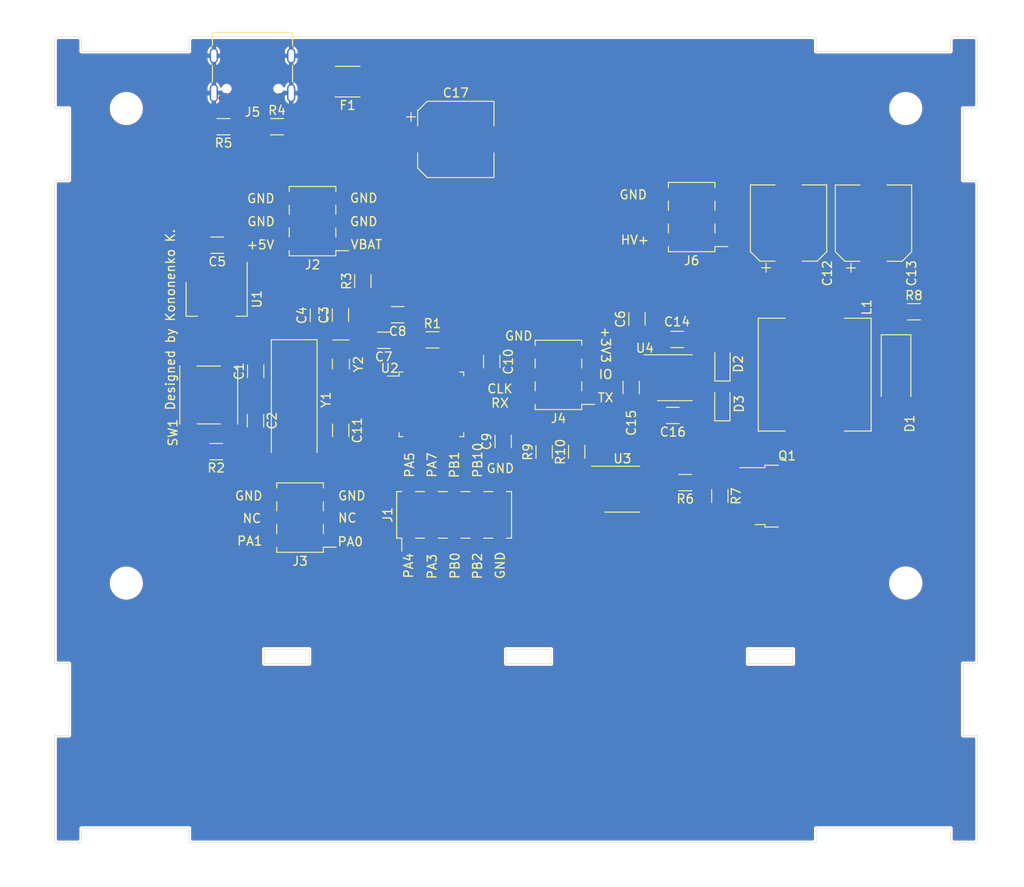
<source format=kicad_pcb>
(kicad_pcb (version 20211014) (generator pcbnew)
  (layers (0 "F.Cu" signal) (31 "B.Cu" signal) (34 "B.Paste" user) (35 "F.Paste" user) (36 "B.SilkS" user "B.Silkscreen") (37 "F.SilkS" user "F.Silkscreen") (38 "B.Mask" user) (39 "F.Mask" user) (44 "Edge.Cuts" user))
  (net 0 "")
  (net 1 "Net-(C1-Pad1)")
  (net 2 "GND")
  (net 3 "Net-(C2-Pad1)")
  (net 4 "Net-(C3-Pad1)")
  (net 5 "Net-(C4-Pad1)")
  (net 6 "+5V")
  (net 7 "Net-(C7-Pad2)")
  (net 8 "+3V3")
  (net 9 "Net-(C12-Pad1)")
  (net 10 "Net-(D1-Pad2)")
  (net 11 "Net-(J1-Pad5)")
  (net 12 "Net-(J1-Pad6)")
  (net 13 "Net-(J1-Pad7)")
  (net 14 "Net-(J1-Pad8)")
  (net 15 "Net-(J2-Pad1)")
  (net 16 "Net-(J3-Pad1)")
  (net 17 "Net-(J3-Pad2)")
  (net 18 "Net-(J4-Pad4)")
  (net 19 "Net-(J4-Pad3)")
  (net 20 "Net-(J4-Pad2)")
  (net 21 "Net-(J4-Pad1)")
  (net 22 "Net-(Q1-Pad1)")
  (net 23 "Net-(R1-Pad2)")
  (net 24 "Net-(R2-Pad1)")
  (net 25 "/PA4")
  (net 26 "/PA5")
  (net 27 "/PA6")
  (net 28 "/PA7")
  (net 29 "Net-(J5-PadA5)")
  (net 30 "Net-(J5-PadB5)")
  (net 31 "Net-(F1-Pad2)")
  (net 32 "Net-(C15-Pad1)")
  (net 33 "Net-(C15-Pad2)")
  (net 34 "+10V")
  (net 45 "Net-(R6-Pad2)")
  (net 72 "Net-(R10-Pad1)")
  (net 73 "Net-(R9-Pad2)")
  (footprint "Crystal:Crystal_SMD_HC49-SD" (layer "F.Cu") (at 121.74 100.52 -90)
    (fp_text reference "Y1")
    (fp_text value "8MHz")
  )
  (footprint "Crystal:Crystal_SMD_G8-2Pin_3.2x1.5mm_HandSoldering" (layer "F.Cu") (at 126.95 96.545 -90)
    (fp_text reference "Y2")
    (fp_text value "32.768k")
  )
  (footprint "Capacitor_SMD:C_1206_3216Metric_Pad1.33x1.80mm_HandSolder" (layer "F.Cu") (at 117.44 97.3525 90)
    (fp_text reference "C1")
    (fp_text value "22p")
  )
  (footprint "Capacitor_SMD:C_1206_3216Metric_Pad1.33x1.80mm_HandSolder" (layer "F.Cu") (at 117.42 102.87 -90)
    (fp_text reference "C2")
    (fp_text value "22p")
  )
  (footprint "Capacitor_SMD:C_1206_3216Metric_Pad1.33x1.80mm_HandSolder" (layer "F.Cu") (at 126.9 91.0625 90)
    (fp_text reference "C3")
    (fp_text value "22p")
  )
  (footprint "Capacitor_SMD:C_1206_3216Metric_Pad1.33x1.80mm_HandSolder" (layer "F.Cu") (at 124.44 91.0975 90)
    (fp_text reference "C4")
    (fp_text value "22p")
  )
  (footprint "Capacitor_SMD:C_1206_3216Metric_Pad1.33x1.80mm_HandSolder" (layer "F.Cu") (at 113.1425 83.26 180)
    (fp_text reference "C5")
    (fp_text value "1uF")
  )
  (footprint "Capacitor_SMD:C_1206_3216Metric_Pad1.33x1.80mm_HandSolder" (layer "F.Cu") (at 160 91.5125 90)
    (fp_text reference "C6")
    (fp_text value "1uF")
  )
  (footprint "Capacitor_SMD:C_1206_3216Metric_Pad1.33x1.80mm_HandSolder" (layer "F.Cu") (at 131.7425 93.88 180)
    (fp_text reference "C7")
    (fp_text value "1uF")
  )
  (footprint "Capacitor_SMD:C_1206_3216Metric_Pad1.33x1.80mm_HandSolder" (layer "F.Cu") (at 133.2875 91.03 180)
    (fp_text reference "C8")
    (fp_text value "1uF")
  )
  (footprint "Button_Switch_SMD:SW_Push_1P1T_NO_6x6mm_H9.5mm" (layer "F.Cu") (at 112.2 99.995 -90)
    (fp_text reference "SW1")
    (fp_text value "SW_Push")
  )
  (footprint "Capacitor_SMD:C_1206_3216Metric_Pad1.33x1.80mm_HandSolder" (layer "F.Cu") (at 145.07 105.1825 90)
    (fp_text reference "C9")
    (fp_text value "1uF")
  )
  (footprint "Capacitor_SMD:C_1206_3216Metric_Pad1.33x1.80mm_HandSolder" (layer "F.Cu") (at 143.79 96.2625 -90)
    (fp_text reference "C10")
    (fp_text value "1uF")
  )
  (footprint "Capacitor_SMD:C_1206_3216Metric_Pad1.33x1.80mm_HandSolder" (layer "F.Cu") (at 126.93 103.9425 -90)
    (fp_text reference "C11")
    (fp_text value "1uF")
  )
  (footprint "Capacitor_SMD:CP_Elec_8x10" (layer "F.Cu") (at 176.92 80.79 90)
    (fp_text reference "C12")
    (fp_text value "4.7uF")
  )
  (footprint "Connector_PinHeader_2.54mm:PinHeader_2x05_P2.54mm_Vertical_SMD" (layer "F.Cu") (at 139.59 113.385 90)
    (fp_text reference "J1")
    (fp_text value "Conn_01x10_Male")
  )
  (footprint "Connector_PinHeader_2.54mm:PinHeader_2x03_P2.54mm_Vertical_SMD" (layer "F.Cu") (at 123.785 80.58 180)
    (fp_text reference "J2")
    (fp_text value "Conn_01x06_Male")
  )
  (footprint "Connector_PinHeader_2.54mm:PinHeader_2x03_P2.54mm_Vertical_SMD" (layer "F.Cu") (at 122.395 113.69 180)
    (fp_text reference "J3")
    (fp_text value "Conn_01x06_Male")
  )
  (footprint "Connector_PinHeader_2.54mm:PinHeader_2x03_P2.54mm_Vertical_SMD" (layer "F.Cu") (at 151.235 97.75 180)
    (fp_text reference "J4")
    (fp_text value "Conn_01x06_Male")
  )
  (footprint "Connector_PinHeader_2.54mm:PinHeader_2x03_P2.54mm_Vertical_SMD" (layer "F.Cu") (at 166.105 80.12 180)
    (fp_text reference "J6")
    (fp_text value "Conn_01x06_Male")
  )
  (footprint "Connector_USB:USB_C_Receptacle_Palconn_UTC16-G" (layer "F.Cu") (at 117.084999 64.344999 180)
    (fp_text reference "J5")
    (fp_text value "USB_C_Receptacle_USB2.0")
  )
  (footprint "Inductor_SMD:L_Wuerth_WE-PD-Typ-LS_Handsoldering" (layer "F.Cu") (at 179.84 97.72 -90)
    (fp_text reference "L1")
    (fp_text value "220uH")
  )
  (footprint "Package_TO_SOT_SMD:TO-252-2" (layer "F.Cu") (at 176.75 111.29)
    (fp_text reference "Q1")
    (fp_text value "NMOS")
  )
  (footprint "Resistor_SMD:R_1206_3216Metric_Pad1.30x1.75mm_HandSolder" (layer "F.Cu") (at 137.1675 93.84)
    (fp_text reference "R1")
    (fp_text value "10k")
  )
  (footprint "Resistor_SMD:R_1206_3216Metric_Pad1.30x1.75mm_HandSolder" (layer "F.Cu") (at 113.03 106.32 180)
    (fp_text reference "R2")
    (fp_text value "10k")
  )
  (footprint "Resistor_SMD:R_1206_3216Metric_Pad1.30x1.75mm_HandSolder" (layer "F.Cu") (at 129.4 87.27 90)
    (fp_text reference "R3")
    (fp_text value "0R")
  )
  (footprint "Resistor_SMD:R_1206_3216Metric_Pad1.30x1.75mm_HandSolder" (layer "F.Cu") (at 119.8175 70.03)
    (fp_text reference "R4")
    (fp_text value "5k1")
  )
  (footprint "Resistor_SMD:R_1206_3216Metric_Pad1.30x1.75mm_HandSolder" (layer "F.Cu") (at 113.8525 70.03 180)
    (fp_text reference "R5")
    (fp_text value "5k1")
  )
  (footprint "Resistor_SMD:R_1206_3216Metric_Pad1.30x1.75mm_HandSolder" (layer "F.Cu") (at 165.3925 109.78 180)
    (fp_text reference "R6")
    (fp_text value "10R")
  )
  (footprint "Resistor_SMD:R_1206_3216Metric_Pad1.30x1.75mm_HandSolder" (layer "F.Cu") (at 169.25 111.2825 -90)
    (fp_text reference "R7")
    (fp_text value "10k")
  )
  (footprint "Resistor_SMD:R_1206_3216Metric_Pad1.30x1.75mm_HandSolder" (layer "F.Cu") (at 190.9125 90.7)
    (fp_text reference "R8")
    (fp_text value "1M")
  )
  (footprint "Package_TO_SOT_SMD:SOT-223-3_TabPin2" (layer "F.Cu") (at 113.08 89.29 -90)
    (fp_text reference "U1")
    (fp_text value "AP1117-33")
  )
  (footprint "Package_QFP:LQFP-48_7x7mm_P0.5mm" (layer "F.Cu") (at 137.05 101.0375)
    (fp_text reference "U2")
    (fp_text value "STM32F103C8Tx")
  )
  (footprint "Diode_SMD:D_SMA_Handsoldering" (layer "F.Cu") (at 188.92 97.67 -90)
    (fp_text reference "D1")
    (fp_text value "US1M")
  )
  (footprint "Capacitor_SMD:CP_Elec_8x10" (layer "F.Cu") (at 186.4 80.8 90)
    (fp_text reference "C13")
    (fp_text value "4.7uF")
  )
  (footprint "MountingHole:MountingHole_3.2mm_M3" (layer "F.Cu") (at 103 68)
    (fp_text reference "H1" hide)
    (fp_text value "MountingHole")
  )
  (footprint "MountingHole:MountingHole_3.2mm_M3" (layer "F.Cu") (at 190 68)
    (fp_text reference "H2" hide)
    (fp_text value "MountingHole")
  )
  (footprint "MountingHole:MountingHole_3.2mm_M3" (layer "F.Cu") (at 190 121)
    (fp_text reference "H4" hide)
    (fp_text value "MountingHole")
  )
  (footprint "MountingHole:MountingHole_3.2mm_M3" (layer "F.Cu") (at 103 121)
    (fp_text reference "H3" hide)
    (fp_text value "MountingHole")
  )
  (footprint "Fuse:Fuse_1812_4532Metric_Pad1.30x3.40mm_HandSolder" (layer "F.Cu") (at 127.7 65 180)
    (fp_text reference "F1")
    (fp_text value "Polyfuse")
  )
  (footprint "Resistor_SMD:R_1206_3216Metric_Pad1.30x1.75mm_HandSolder" (layer "F.Cu") (at 149.64 106.35 90)
    (fp_text reference "R9")
    (fp_text value "NC")
  )
  (footprint "Diode_SMD:D_SOD-323_HandSoldering" (layer "F.Cu") (at 169.54 96.53 90)
    (fp_text reference "D2")
    (fp_text value "1N5819")
  )
  (footprint "Package_SO:SOIC-8_3.9x4.9mm_P1.27mm" (layer "F.Cu") (at 164.225 98.065)
    (fp_text reference "U4")
    (fp_text value "ICL7660")
  )
  (footprint "Capacitor_SMD:C_1206_3216Metric_Pad1.33x1.80mm_HandSolder" (layer "F.Cu") (at 164.4825 93.79 180)
    (fp_text reference "C14")
    (fp_text value "10uF")
  )
  (footprint "Package_SO:SOIC-8_3.9x4.9mm_P1.27mm" (layer "F.Cu") (at 158.37 110.51)
    (fp_text reference "U3")
    (fp_text value "MIC4427")
  )
  (footprint "Capacitor_SMD:C_1206_3216Metric_Pad1.33x1.80mm_HandSolder" (layer "F.Cu") (at 159.35 99.1625 90)
    (fp_text reference "C15")
    (fp_text value "10uF")
  )
  (footprint "Resistor_SMD:R_1206_3216Metric_Pad1.30x1.75mm_HandSolder" (layer "F.Cu") (at 153.27 106.34 90)
    (fp_text reference "R10")
    (fp_text value "0R")
  )
  (footprint "Capacitor_SMD:CP_Elec_8x10" (layer "F.Cu") (at 139.78 71.45)
    (fp_text reference "C17")
    (fp_text value "220uF")
  )
  (footprint "Capacitor_SMD:C_1206_3216Metric_Pad1.33x1.80mm_HandSolder" (layer "F.Cu") (at 164.0025 102.28 180)
    (fp_text reference "C16")
    (fp_text value "10uF")
  )
  (footprint "Diode_SMD:D_SOD-323_HandSoldering" (layer "F.Cu") (at 169.53 100.98 90)
    (fp_text reference "D3")
    (fp_text value "1N5819")
  )
  (gr_line (start 95 60) (end 95 68) (layer "Edge.Cuts") (width 0.05))
  (gr_line (start 180 60) (end 110 60) (layer "Edge.Cuts") (width 0.05))
  (gr_line (start 98 60) (end 95 60) (layer "Edge.Cuts") (width 0.05))
  (gr_line (start 110 150) (end 180 150) (layer "Edge.Cuts") (width 0.05))
  (gr_line (start 195 150) (end 198 150) (layer "Edge.Cuts") (width 0.05))
  (gr_line (start 123.4 130) (end 118.4 130) (layer "Edge.Cuts") (width 0.05))
  (gr_line (start 150.4 130) (end 145.4 130) (layer "Edge.Cuts") (width 0.05))
  (gr_line (start 177.4 130) (end 172.4 130) (layer "Edge.Cuts") (width 0.05))
  (gr_line (start 95 138) (end 95 150) (layer "Edge.Cuts") (width 0.05))
  (gr_line (start 198 130) (end 198 76) (layer "Edge.Cuts") (width 0.05))
  (gr_line (start 95 76) (end 95 130) (layer "Edge.Cuts") (width 0.05))
  (gr_line (start 198 76) (end 198 76) (layer "Edge.Cuts") (width 0.05))
  (gr_line (start 198 68) (end 198 60) (layer "Edge.Cuts") (width 0.05))
  (gr_line (start 177.4 128.4) (end 177.4 130) (layer "Edge.Cuts") (width 0.05))
  (gr_line (start 95 138) (end 96.6 138) (layer "Edge.Cuts") (width 0.05))
  (gr_line (start 145.4 128.4) (end 150.4 128.4) (layer "Edge.Cuts") (width 0.05))
  (gr_line (start 96.6 138) (end 96.6 130) (layer "Edge.Cuts") (width 0.05))
  (gr_line (start 118.4 128.4) (end 123.4 128.4) (layer "Edge.Cuts") (width 0.05))
  (gr_line (start 96.6 76) (end 95 76) (layer "Edge.Cuts") (width 0.05))
  (gr_line (start 195 148.4) (end 195 150) (layer "Edge.Cuts") (width 0.05))
  (gr_line (start 98 61.6) (end 98 60) (layer "Edge.Cuts") (width 0.05))
  (gr_line (start 123.4 129.8) (end 123.4 130) (layer "Edge.Cuts") (width 0.05))
  (gr_line (start 198 68) (end 196.4 68) (layer "Edge.Cuts") (width 0.05))
  (gr_line (start 150.4 128.4) (end 150.4 129.8) (layer "Edge.Cuts") (width 0.05))
  (gr_line (start 95 68) (end 96.6 68) (layer "Edge.Cuts") (width 0.05))
  (gr_line (start 96.6 68) (end 96.6 76) (layer "Edge.Cuts") (width 0.05))
  (gr_line (start 98 150) (end 98 148.4) (layer "Edge.Cuts") (width 0.05))
  (gr_line (start 96.6 130) (end 95 130) (layer "Edge.Cuts") (width 0.05))
  (gr_line (start 196.4 138) (end 196.4 130) (layer "Edge.Cuts") (width 0.05))
  (gr_line (start 110 61.6) (end 98 61.6) (layer "Edge.Cuts") (width 0.05))
  (gr_line (start 180 61.6) (end 180 60) (layer "Edge.Cuts") (width 0.05))
  (gr_line (start 196.4 130) (end 198 130) (layer "Edge.Cuts") (width 0.05))
  (gr_line (start 198 60) (end 195 60) (layer "Edge.Cuts") (width 0.05))
  (gr_line (start 198 150) (end 198 138) (layer "Edge.Cuts") (width 0.05))
  (gr_line (start 195 61.6) (end 180 61.6) (layer "Edge.Cuts") (width 0.05))
  (gr_line (start 110 60) (end 110 61.6) (layer "Edge.Cuts") (width 0.05))
  (gr_line (start 145.4 130) (end 145.4 128.4) (layer "Edge.Cuts") (width 0.05))
  (gr_line (start 195 60) (end 195 61.6) (layer "Edge.Cuts") (width 0.05))
  (gr_line (start 172.4 130) (end 172.4 128.4) (layer "Edge.Cuts") (width 0.05))
  (gr_line (start 118.4 130) (end 118.4 128.4) (layer "Edge.Cuts") (width 0.05))
  (gr_line (start 123.4 128.4) (end 123.4 129.8) (layer "Edge.Cuts") (width 0.05))
  (gr_line (start 180 148.4) (end 195 148.4) (layer "Edge.Cuts") (width 0.05))
  (gr_line (start 95 150) (end 98 150) (layer "Edge.Cuts") (width 0.05))
  (gr_line (start 196.4 76) (end 198 76) (layer "Edge.Cuts") (width 0.05))
  (gr_line (start 198 138) (end 196.4 138) (layer "Edge.Cuts") (width 0.05))
  (gr_line (start 172.4 128.4) (end 177.4 128.4) (layer "Edge.Cuts") (width 0.05))
  (gr_line (start 98 148.4) (end 110 148.4) (layer "Edge.Cuts") (width 0.05))
  (gr_line (start 180 150) (end 180 148.4) (layer "Edge.Cuts") (width 0.05))
  (gr_line (start 110 148.4) (end 110 150) (layer "Edge.Cuts") (width 0.05))
  (gr_line (start 196.4 68) (end 196.4 76) (layer "Edge.Cuts") (width 0.05))
  (gr_line (start 150.4 129.8) (end 150.4 130) (layer "Edge.Cuts") (width 0.05))
  (gr_text "Designed by Kononenko K." (at 107.92 91.57 90) (layer "F.SilkS") (effects (font (size 1 1))))
  (gr_text "PA0" (at 128 116.38) (layer "F.SilkS") (effects (font (size 1 1))))
  (gr_text "GND" (at 118.04 80.63) (layer "F.SilkS") (effects (font (size 1 1))))
  (gr_text "+5V" (at 117.98 83.22) (layer "F.SilkS") (effects (font (size 1 1))))
  (gr_text "PA5" (at 134.62 107.81 90) (layer "F.SilkS") (effects (font (size 1 1))))
  (gr_text "GND" (at 144.73 119.02 90) (layer "F.SilkS") (effects (font (size 1 1))))
  (gr_text "PA4" (at 134.51 119.06 90) (layer "F.SilkS") (effects (font (size 1 1))))
  (gr_text "NC" (at 117.02 113.78) (layer "F.SilkS") (effects (font (size 1 1))))
  (gr_text "GND" (at 129.5 78.01) (layer "F.SilkS") (effects (font (size 1 1))))
  (gr_text "PA7" (at 137.12 107.81 90) (layer "F.SilkS") (effects (font (size 1 1))))
  (gr_text "GND" (at 144.75 108.19) (layer "F.SilkS") (effects (font (size 1 1))))
  (gr_text "PB0" (at 139.68 119.06 90) (layer "F.SilkS") (effects (font (size 1 1))))
  (gr_text "VBAT" (at 129.8 83.19) (layer "F.SilkS") (effects (font (size 1 1))))
  (gr_text "TX" (at 156.5 100.3) (layer "F.SilkS") (effects (font (size 1 1))))
  (gr_text "RX" (at 144.7 100.9) (layer "F.SilkS") (effects (font (size 1 1))))
  (gr_text "GND" (at 129.5 80.63) (layer "F.SilkS") (effects (font (size 1 1))))
  (gr_text "GND" (at 116.66 111.26) (layer "F.SilkS") (effects (font (size 1 1))))
  (gr_text "CLK" (at 144.7 99.3) (layer "F.SilkS") (effects (font (size 1 1))))
  (gr_text "GND" (at 118.02 78.05) (layer "F.SilkS") (effects (font (size 1 1))))
  (gr_text "+3V3" (at 156.5 94.4 270) (layer "F.SilkS") (effects (font (size 1 1))))
  (gr_text "PA3" (at 137.13 119.15 90) (layer "F.SilkS") (effects (font (size 1 1))))
  (gr_text "PA1" (at 116.78 116.3) (layer "F.SilkS") (effects (font (size 1 1))))
  (gr_text "PB2" (at 142.19 119.09 90) (layer "F.SilkS") (effects (font (size 1 1))))
  (gr_text "GND" (at 128.17 111.25) (layer "F.SilkS") (effects (font (size 1 1))))
  (gr_text "GND" (at 146.8 93.4) (layer "F.SilkS") (effects (font (size 1 1))))
  (gr_text "PB10" (at 142.21 107.28 90) (layer "F.SilkS") (effects (font (size 1 1))))
  (gr_text "NC" (at 127.66 113.73) (layer "F.SilkS") (effects (font (size 1 1))))
  (gr_text "HV+" (at 159.77 82.68) (layer "F.SilkS") (effects (font (size 1 1))))
  (gr_text "PB1" (at 139.62 107.79 90) (layer "F.SilkS") (effects (font (size 1 1))))
  (gr_text "GND" (at 159.58 77.63) (layer "F.SilkS") (effects (font (size 1 1))))
  (gr_text "IO" (at 156.5 97.7) (layer "F.SilkS") (effects (font (size 1 1))))
  (segment (start 119.66 99.73) (end 118.77 98.84) (width 0.25) (layer "F.Cu") (net 1))
  (segment (start 122.2975 100.2875) (end 121.74 99.73) (width 0.25) (layer "F.Cu") (net 1))
  (segment (start 132.8875 100.2875) (end 122.2975 100.2875) (width 0.25) (layer "F.Cu") (net 1))
  (segment (start 121.74 99.73) (end 121.74 96.27) (width 0.25) (layer "F.Cu") (net 1))
  (segment (start 121.74 99.73) (end 119.66 99.73) (width 0.25) (layer "F.Cu") (net 1))
  (segment (start 118.77 98.84) (end 117.44 98.84) (width 0.25) (layer "F.Cu") (net 1))
  (segment (start 163.62 77.54) (end 163.58 77.58) (width 0.8) (layer "F.Cu") (net 2))
  (segment (start 109.95 97.295) (end 109.95 103.97) (width 0.5) (layer "F.Cu") (net 2))
  (segment (start 140.375 98.7875) (end 139.68 99.4825) (width 0.25) (layer "F.Cu") (net 2))
  (segment (start 162.92 94.51) (end 162.92 93.79) (width 0.4) (layer "F.Cu") (net 2))
  (segment (start 172.55 113.57) (end 170.43 113.57) (width 2) (layer "F.Cu") (net 2))
  (segment (start 186.4 77.55) (end 186.4 71.8) (width 2) (layer "F.Cu") (net 2))
  (segment (start 163.48 98.51) (end 163.48 98.46) (width 0.4) (layer "F.Cu") (net 2))
  (segment (start 176.92 77.54) (end 176.92 75.69) (width 2) (layer "F.Cu") (net 2))
  (segment (start 170.05 113.57) (end 169.25 112.77) (width 0.5) (layer "F.Cu") (net 2))
  (segment (start 186.4 77.55) (end 176.93 77.55) (width 0.8) (layer "F.Cu") (net 2))
  (segment (start 176.93 77.55) (end 176.92 77.54) (width 0.8) (layer "F.Cu") (net 2))
  (segment (start 115.38 84.01) (end 114.63 83.26) (width 0.8) (layer "F.Cu") (net 2))
  (segment (start 139.3 106.0375) (end 139.31 106.0475) (width 0.25) (layer "F.Cu") (net 2))
  (segment (start 160.03 92.97) (end 160 93) (width 0.4) (layer "F.Cu") (net 2))
  (segment (start 162.34 102.38) (end 158.02 102.38) (width 0.4) (layer "F.Cu") (net 2))
  (segment (start 160 93) (end 159.025 93) (width 2) (layer "F.Cu") (net 2))
  (segment (start 158.02 102.38) (end 157.7 102.06) (width 0.4) (layer "F.Cu") (net 2))
  (segment (start 163.24 98.7) (end 163.48 98.46) (width 0.4) (layer "F.Cu") (net 2))
  (segment (start 170 114) (end 170 117.6) (width 2) (layer "F.Cu") (net 2))
  (segment (start 141.2125 98.7875) (end 140.375 98.7875) (width 0.25) (layer "F.Cu") (net 2))
  (segment (start 132.8875 101.7875) (end 130.5025 101.7875) (width 0.25) (layer "F.Cu") (net 2))
  (segment (start 115.87 103.7825) (end 115.87 96.64) (width 0.25) (layer "F.Cu") (net 2))
  (segment (start 157.7 99.39) (end 158.39 98.7) (width 0.4) (layer "F.Cu") (net 2))
  (segment (start 162.44 102.28) (end 162.34 102.38) (width 0.4) (layer "F.Cu") (net 2))
  (segment (start 139.68 99.4825) (end 139.68 103.640388) (width 0.25) (layer "F.Cu") (net 2))
  (segment (start 139.3 105.2) (end 139.3 106.0375) (width 0.25) (layer "F.Cu") (net 2))
  (segment (start 162.1 92.97) (end 160.03 92.97) (width 0.4) (layer "F.Cu") (net 2))
  (segment (start 139.31 106.0475) (end 139.31 106.99) (width 0.25) (layer "F.Cu") (net 2))
  (segment (start 116.445 104.3575) (end 115.87 103.7825) (width 0.25) (layer "F.Cu") (net 2))
  (segment (start 172.55 113.57) (end 170.05 113.57) (width 0.5) (layer "F.Cu") (net 2))
  (segment (start 162.92 93.79) (end 162.1 92.97) (width 0.4) (layer "F.Cu") (net 2))
  (segment (start 139.68 103.640388) (end 140.599612 104.56) (width 0.25) (layer "F.Cu") (net 2))
  (segment (start 135.05 98.54) (end 135.33 98.54) (width 0.25) (layer "F.Cu") (net 2))
  (segment (start 134.0425 93.88) (end 134.98 94.8175) (width 0.25) (layer "F.Cu") (net 2))
  (segment (start 157.7 102.06) (end 157.7 99.39) (width 0.4) (layer "F.Cu") (net 2))
  (segment (start 158.39 98.7) (end 161.75 98.7) (width 0.4) (layer "F.Cu") (net 2))
  (segment (start 134.8 95.57) (end 134.8 96.875) (width 0.25) (layer "F.Cu") (net 2))
  (segment (start 170.43 113.57) (end 170 114) (width 2) (layer "F.Cu") (net 2))
  (segment (start 134.8 98.29) (end 135.05 98.54) (width 0.25) (layer "F.Cu") (net 2))
  (segment (start 176.92 77.54) (end 163.62 77.54) (width 0.8) (layer "F.Cu") (net 2))
  (segment (start 134.98 94.8175) (end 134.98 95.39) (width 0.25) (layer "F.Cu") (net 2))
  (segment (start 166.7 99.97) (end 164.94 99.97) (width 0.4) (layer "F.Cu") (net 2))
  (segment (start 140.409298 98.7875) (end 139.74 99.456798) (width 0.25) (layer "F.Cu") (net 2))
  (segment (start 134.8 96.875) (end 134.8 98.29) (width 0.25) (layer "F.Cu") (net 2))
  (segment (start 130.5025 101.7875) (end 129.835 102.455) (width 0.25) (layer "F.Cu") (net 2))
  (segment (start 115.38 86.14) (end 115.38 84.01) (width 0.8) (layer "F.Cu") (net 2))
  (segment (start 161.75 98.7) (end 163.24 98.7) (width 0.4) (layer "F.Cu") (net 2))
  (segment (start 117.42 104.3575) (end 116.445 104.3575) (width 0.25) (layer "F.Cu") (net 2))
  (segment (start 163.48 95.07) (end 162.92 94.51) (width 0.4) (layer "F.Cu") (net 2))
  (segment (start 129.835 102.455) (end 126.93 102.455) (width 0.25) (layer "F.Cu") (net 2))
  (segment (start 141.2125 98.7875) (end 140.409298 98.7875) (width 0.25) (layer "F.Cu") (net 2))
  (segment (start 163.48 98.46) (end 163.48 95.07) (width 0.4) (layer "F.Cu") (net 2))
  (segment (start 133.23 93.88) (end 134.0425 93.88) (width 0.25) (layer "F.Cu") (net 2))
  (segment (start 160 93) (end 156.1 93) (width 2) (layer "F.Cu") (net 2))
  (segment (start 170 117.6) (end 170 121) (width 2) (layer "F.Cu") (net 2))
  (segment (start 176.92 75.69) (end 176.9 75.67) (width 2) (layer "F.Cu") (net 2))
  (segment (start 115.87 96.64) (end 116.645 95.865) (width 0.25) (layer "F.Cu") (net 2))
  (segment (start 116.645 95.865) (end 117.44 95.865) (width 0.25) (layer "F.Cu") (net 2))
  (segment (start 170 121) (end 170 124) (width 2) (layer "F.Cu") (net 2))
  (segment (start 134.98 95.39) (end 134.8 95.57) (width 0.25) (layer "F.Cu") (net 2))
  (segment (start 164.94 99.97) (end 163.48 98.51) (width 0.4) (layer "F.Cu") (net 2))
  (segment (start 109.95 96.02) (end 109.95 97.295) (width 0.5) (layer "F.Cu") (net 2))
  (segment (start 121.74 101.37) (end 121.7275 101.3825) (width 0.25) (layer "F.Cu") (net 3))
  (segment (start 122.3225 100.7875) (end 121.74 101.37) (width 0.25) (layer "F.Cu") (net 3))
  (segment (start 121.7275 101.3825) (end 117.42 101.3825) (width 0.25) (layer "F.Cu") (net 3))
  (segment (start 121.74 101.37) (end 121.74 104.77) (width 0.25) (layer "F.Cu") (net 3))
  (segment (start 132.8875 100.7875) (end 122.3225 100.7875) (width 0.25) (layer "F.Cu") (net 3))
  (segment (start 126.9 92.55) (end 126.9 94.87) (width 0.25) (layer "F.Cu") (net 4))
  (segment (start 132.8875 99.2875) (end 130.31391 99.2875) (width 0.25) (layer "F.Cu") (net 4))
  (segment (start 128.6 94.92) (end 126.95 94.92) (width 0.25) (layer "F.Cu") (net 4))
  (segment (start 128.746401 95.066401) (end 128.6 94.92) (width 0.25) (layer "F.Cu") (net 4))
  (segment (start 128.746401 97.719991) (end 128.746401 95.066401) (width 0.25) (layer "F.Cu") (net 4))
  (segment (start 130.31391 99.2875) (end 128.746401 97.719991) (width 0.25) (layer "F.Cu") (net 4))
  (segment (start 126.9 94.87) (end 126.95 94.92) (width 0.25) (layer "F.Cu") (net 4))
  (segment (start 124.47 98.15) (end 124.44 98.12) (width 0.25) (layer "F.Cu") (net 5))
  (segment (start 124.44 98.12) (end 124.44 92.585) (width 0.25) (layer "F.Cu") (net 5))
  (segment (start 125.78 98.15) (end 124.47 98.15) (width 0.25) (layer "F.Cu") (net 5))
  (segment (start 130.15251 99.76251) (end 128.56 98.17) (width 0.25) (layer "F.Cu") (net 5))
  (segment (start 128.56 98.17) (end 126.95 98.17) (width 0.25) (layer "F.Cu") (net 5))
  (segment (start 126.95 98.17) (end 125.8 98.17) (width 0.25) (layer "F.Cu") (net 5))
  (segment (start 125.8 98.17) (end 125.78 98.15) (width 0.25) (layer "F.Cu") (net 5))
  (segment (start 132.2975 99.7875) (end 132.27251 99.76251) (width 0.25) (layer "F.Cu") (net 5))
  (segment (start 132.8875 99.7875) (end 132.2975 99.7875) (width 0.25) (layer "F.Cu") (net 5))
  (segment (start 132.27251 99.76251) (end 130.15251 99.76251) (width 0.25) (layer "F.Cu") (net 5))
  (segment (start 135.6 65) (end 130.7 65) (width 2) (layer "F.Cu") (net 6))
  (segment (start 112.34 80.81) (end 113.826267 79.323733) (width 0.5) (layer "F.Cu") (net 6))
  (segment (start 166.045 93.79) (end 166.125 93.71) (width 0.4) (layer "F.Cu") (net 6))
  (segment (start 129.4 73.1) (end 130.7 71.8) (width 0.5) (layer "F.Cu") (net 6))
  (segment (start 165.14 93.79) (end 166.045 93.79) (width 0.4) (layer "F.Cu") (net 6))
  (segment (start 167.525 90.07) (end 178.09 90.07) (width 2) (layer "F.Cu") (net 6))
  (segment (start 121.26 83.12) (end 117.75 83.12) (width 0.5) (layer "F.Cu") (net 6))
  (segment (start 166.7 96.16) (end 168.66 96.16) (width 0.4) (layer "F.Cu") (net 6))
  (segment (start 178.09 90.07) (end 179.84 91.82) (width 2) (layer "F.Cu") (net 6))
  (segment (start 166.125 90.025) (end 160 90.025) (width 2) (layer "F.Cu") (net 6))
  (segment (start 135.7 65.1) (end 135.6 65) (width 2) (layer "F.Cu") (net 6))
  (segment (start 135.7 65.1) (end 135.7 69.97) (width 2) (layer "F.Cu") (net 6))
  (segment (start 117.35 81.37) (end 116.79 80.81) (width 0.5) (layer "F.Cu") (net 6))
  (segment (start 167.48 90.025) (end 166.125 90.025) (width 2) (layer "F.Cu") (net 6))
  (segment (start 167.525 90.07) (end 167.48 90.025) (width 2) (layer "F.Cu") (net 6))
  (segment (start 136.53 70.8) (end 135.7 69.97) (width 0.25) (layer "F.Cu") (net 6))
  (segment (start 166.125 93.71) (end 166.125 90.025) (width 0.4) (layer "F.Cu") (net 6))
  (segment (start 110.78 84.135) (end 111.655 83.26) (width 0.8) (layer "F.Cu") (net 6))
  (segment (start 111.655 81.495) (end 111.655 83.26) (width 0.5) (layer "F.Cu") (net 6))
  (segment (start 164.7 94.23) (end 165.14 93.79) (width 0.4) (layer "F.Cu") (net 6))
  (segment (start 168.66 96.16) (end 169.54 95.28) (width 0.4) (layer "F.Cu") (net 6))
  (segment (start 166.7 96.16) (end 164.83 96.16) (width 0.4) (layer "F.Cu") (net 6))
  (segment (start 114.7 73.1) (end 129.4 73.1) (width 0.5) (layer "F.Cu") (net 6))
  (segment (start 164.7 96.03) (end 164.7 94.23) (width 0.4) (layer "F.Cu") (net 6))
  (segment (start 110.78 86.14) (end 110.78 84.135) (width 0.8) (layer "F.Cu") (net 6))
  (segment (start 130.7 71.8) (end 130.7 65) (width 0.5) (layer "F.Cu") (net 6))
  (segment (start 164.83 96.16) (end 164.7 96.03) (width 0.4) (layer "F.Cu") (net 6))
  (segment (start 155.4 89.7) (end 155.725 90.025) (width 2) (layer "F.Cu") (net 6))
  (segment (start 139.1 83.3) (end 154 83.3) (width 2) (layer "F.Cu") (net 6))
  (segment (start 136.53 71.45) (end 136.53 70.8) (width 0.25) (layer "F.Cu") (net 6))
  (segment (start 155.4 84.7) (end 155.4 89.7) (width 2) (layer "F.Cu") (net 6))
  (segment (start 155.725 90.025) (end 160 90.025) (width 2) (layer "F.Cu") (net 6))
  (segment (start 113.826267 73.973733) (end 114.7 73.1) (width 0.5) (layer "F.Cu") (net 6))
  (segment (start 117.35 82.72) (end 117.35 81.37) (width 0.5) (layer "F.Cu") (net 6))
  (segment (start 113.826267 79.323733) (end 113.826267 73.973733) (width 0.5) (layer "F.Cu") (net 6))
  (segment (start 154 83.3) (end 155.4 84.7) (width 2) (layer "F.Cu") (net 6))
  (segment (start 116.79 80.81) (end 112.34 80.81) (width 0.5) (layer "F.Cu") (net 6))
  (segment (start 112.34 80.81) (end 111.655 81.495) (width 0.5) (layer "F.Cu") (net 6))
  (segment (start 135.7 69.97) (end 135.7 79.9) (width 2) (layer "F.Cu") (net 6))
  (segment (start 135.7 79.9) (end 139.1 83.3) (width 2) (layer "F.Cu") (net 6))
  (segment (start 117.75 83.12) (end 117.35 82.72) (width 0.5) (layer "F.Cu") (net 6))
  (segment (start 131.41 95.88) (end 130.9 95.37) (width 0.25) (layer "F.Cu") (net 7))
  (segment (start 130.255 95.195) (end 130.255 93.88) (width 0.25) (layer "F.Cu") (net 7))
  (segment (start 131.5 98.27) (end 131.41 98.18) (width 0.25) (layer "F.Cu") (net 7))
  (segment (start 129.4 88.7575) (end 130.02 89.3775) (width 0.5) (layer "F.Cu") (net 7))
  (segment (start 130.02 93.645) (end 130.255 93.88) (width 0.5) (layer "F.Cu") (net 7))
  (segment (start 132.0325 98.27) (end 131.5 98.27) (width 0.25) (layer "F.Cu") (net 7))
  (segment (start 130.43 95.37) (end 130.255 95.195) (width 0.25) (layer "F.Cu") (net 7))
  (segment (start 132.05 98.2875) (end 132.0325 98.27) (width 0.25) (layer "F.Cu") (net 7))
  (segment (start 130.9 95.37) (end 130.43 95.37) (width 0.25) (layer "F.Cu") (net 7))
  (segment (start 131.41 98.18) (end 131.41 95.88) (width 0.25) (layer "F.Cu") (net 7))
  (segment (start 130.02 89.3775) (end 130.02 93.645) (width 0.5) (layer "F.Cu") (net 7))
  (segment (start 132.8875 98.2875) (end 132.05 98.2875) (width 0.25) (layer "F.Cu") (net 7))
  (segment (start 134.3 102.21) (end 138.90641 102.21) (width 0.25) (layer "F.Cu") (net 8))
  (segment (start 131.785 93.5) (end 131.8 93.485) (width 0.25) (layer "F.Cu") (net 8))
  (segment (start 131.75 88.67) (end 131.75 90.98) (width 0.5) (layer "F.Cu") (net 8))
  (segment (start 130.85 103.53) (end 130.85 102.475) (width 0.25) (layer "F.Cu") (net 8))
  (segment (start 112.9475 108.7) (end 125.59 108.7) (width 0.25) (layer "F.Cu") (net 8))
  (segment (start 139.51321 98.06679) (end 138.90641 98.67359) (width 0.25) (layer "F.Cu") (net 8))
  (segment (start 141.2125 98.2875) (end 143.2525 98.2875) (width 0.25) (layer "F.Cu") (net 8))
  (segment (start 142.95 103.79) (end 143.42 103.32) (width 0.25) (layer "F.Cu") (net 8))
  (segment (start 130.35 87.27) (end 131.75 88.67) (width 0.5) (layer "F.Cu") (net 8))
  (segment (start 118.49 91.2) (end 118.49 89.6) (width 0.5) (layer "F.Cu") (net 8))
  (segment (start 139.540692 104.13749) (end 139.77501 104.371808) (width 0.25) (layer "F.Cu") (net 8))
  (segment (start 117.25 92.44) (end 118.49 91.2) (width 0.5) (layer "F.Cu") (net 8))
  (segment (start 139.8 105.2) (end 139.8 106.0375) (width 0.25) (layer "F.Cu") (net 8))
  (segment (start 139.17 102.47359) (end 139.17 104.13749) (width 0.25) (layer "F.Cu") (net 8))
  (segment (start 111.5425 107.295) (end 112.9475 108.7) (width 0.25) (layer "F.Cu") (net 8))
  (segment (start 129.5936 103.90999) (end 130.47001 103.90999) (width 0.25) (layer "F.Cu") (net 8))
  (segment (start 131.0375 102.2875) (end 132.8875 102.2875) (width 0.25) (layer "F.Cu") (net 8))
  (segment (start 120.82 87.27) (end 130.35 87.27) (width 0.5) (layer "F.Cu") (net 8))
  (segment (start 134.3 95.68) (end 134.3 96.875) (width 0.25) (layer "F.Cu") (net 8))
  (segment (start 134.3 96.875) (end 134.3 102.21) (width 0.25) (layer "F.Cu") (net 8))
  (segment (start 139.77501 105.17501) (end 139.8 105.2) (width 0.25) (layer "F.Cu") (net 8))
  (segment (start 139.8 106.0375) (end 140.0425 106.28) (width 0.25) (layer "F.Cu") (net 8))
  (segment (start 134.3 102.21) (end 134.2225 102.2875) (width 0.25) (layer "F.Cu") (net 8))
  (segment (start 151.044999 98.575001) (end 151.16 98.46) (width 0.25) (layer "F.Cu") (net 8))
  (segment (start 142.95 105.44) (end 142.95 103.79) (width 0.25) (layer "F.Cu") (net 8))
  (segment (start 142.11 106.28) (end 142.95 105.44) (width 0.25) (layer "F.Cu") (net 8))
  (segment (start 131.785 95.155) (end 131.99 95.36) (width 0.25) (layer "F.Cu") (net 8))
  (segment (start 111.5425 106.32) (end 111.5425 107.295) (width 0.25) (layer "F.Cu") (net 8))
  (segment (start 143.2525 98.2875) (end 143.79 97.75) (width 0.25) (layer "F.Cu") (net 8))
  (segment (start 125.59 106.77) (end 126.93 105.43) (width 0.25) (layer "F.Cu") (net 8))
  (segment (start 126.93 105.43) (end 128.07359 105.43) (width 0.25) (layer "F.Cu") (net 8))
  (segment (start 113.08 92.44) (end 117.25 92.44) (width 0.5) (layer "F.Cu") (net 8))
  (segment (start 128.07359 105.43) (end 129.5936 103.90999) (width 0.25) (layer "F.Cu") (net 8))
  (segment (start 131.75 90.98) (end 131.8 91.03) (width 0.5) (layer "F.Cu") (net 8))
  (segment (start 138.90641 98.67359) (end 138.90641 102.21) (width 0.25) (layer "F.Cu") (net 8))
  (segment (start 151.16 98.46) (end 151.16 95.81) (width 0.25) (layer "F.Cu") (net 8))
  (segment (start 141.2125 98.2875) (end 140.99179 98.06679) (width 0.25) (layer "F.Cu") (net 8))
  (segment (start 131.8 93.485) (end 131.8 91.03) (width 0.25) (layer "F.Cu") (net 8))
  (segment (start 131.99 95.36) (end 133.98 95.36) (width 0.25) (layer "F.Cu") (net 8))
  (segment (start 144.615001 98.575001) (end 151.044999 98.575001) (width 0.25) (layer "F.Cu") (net 8))
  (segment (start 139.77501 104.371808) (end 139.77501 105.17501) (width 0.25) (layer "F.Cu") (net 8))
  (segment (start 131.785 93.5) (end 131.785 95.155) (width 0.25) (layer "F.Cu") (net 8))
  (segment (start 151.76 95.21) (end 153.76 95.21) (width 0.25) (layer "F.Cu") (net 8))
  (segment (start 143.42 103.32) (end 145.07 103.32) (width 0.25) (layer "F.Cu") (net 8))
  (segment (start 140.99179 98.06679) (end 139.51321 98.06679) (width 0.25) (layer "F.Cu") (net 8))
  (segment (start 143.79 98.14) (end 143.77 98.16) (width 0.25) (layer "F.Cu") (net 8))
  (segment (start 143.79 97.75) (end 143.79 98.14) (width 0.25) (layer "F.Cu") (net 8))
  (segment (start 130.47001 103.90999) (end 130.85 103.53) (width 0.25) (layer "F.Cu") (net 8))
  (segment (start 113.08 86.14) (end 113.08 92.44) (width 1) (layer "F.Cu") (net 8))
  (segment (start 130.85 102.475) (end 131.0375 102.2875) (width 0.25) (layer "F.Cu") (net 8))
  (segment (start 138.90641 102.21) (end 139.17 102.47359) (width 0.25) (layer "F.Cu") (net 8))
  (segment (start 125.59 108.7) (end 125.59 106.77) (width 0.25) (layer "F.Cu") (net 8))
  (segment (start 143.79 97.75) (end 144.615001 98.575001) (width 0.25) (layer "F.Cu") (net 8))
  (segment (start 139.17 104.13749) (end 139.540692 104.13749) (width 0.25) (layer "F.Cu") (net 8))
  (segment (start 118.49 89.6) (end 120.82 87.27) (width 0.5) (layer "F.Cu") (net 8))
  (segment (start 140.0425 106.28) (end 142.11 106.28) (width 0.25) (layer "F.Cu") (net 8))
  (segment (start 133.98 95.36) (end 134.3 95.68) (width 0.25) (layer "F.Cu") (net 8))
  (segment (start 134.2225 102.2875) (end 132.8875 102.2875) (width 0.25) (layer "F.Cu") (net 8))
  (segment (start 151.16 95.81) (end 151.76 95.21) (width 0.25) (layer "F.Cu") (net 8))
  (segment (start 176.93 84.05) (end 176.92 84.04) (width 0.8) (layer "F.Cu") (net 9))
  (segment (start 175.54 82.66) (end 163.58 82.66) (width 0.8) (layer "F.Cu") (net 9))
  (segment (start 186.4 84.05) (end 176.93 84.05) (width 0.8) (layer "F.Cu") (net 9))
  (segment (start 176.92 84.04) (end 175.54 82.66) (width 0.8) (layer "F.Cu") (net 9))
  (segment (start 188.92 90.82) (end 188.92 86.57) (width 0.8) (layer "F.Cu") (net 9))
  (segment (start 189.04 90.7) (end 188.92 90.82) (width 0.4) (layer "F.Cu") (net 9))
  (segment (start 188.92 86.57) (end 186.4 84.05) (width 0.8) (layer "F.Cu") (net 9))
  (segment (start 188.92 95.17) (end 188.92 90.82) (width 0.8) (layer "F.Cu") (net 9))
  (segment (start 189.425 90.7) (end 189.04 90.7) (width 0.4) (layer "F.Cu") (net 9))
  (segment (start 188.92 100.17) (end 188.92 102.72) (width 0.8) (layer "F.Cu") (net 10))
  (segment (start 179.84 103.62) (end 179.84 110.3) (width 2) (layer "F.Cu") (net 10))
  (segment (start 180.25 104.03) (end 179.84 103.62) (width 0.8) (layer "F.Cu") (net 10))
  (segment (start 179.84 110.3) (end 178.85 111.29) (width 2) (layer "F.Cu") (net 10))
  (segment (start 188.92 102.72) (end 187.61 104.03) (width 0.8) (layer "F.Cu") (net 10))
  (segment (start 187.61 104.03) (end 180.25 104.03) (width 0.8) (layer "F.Cu") (net 10))
  (segment (start 139.59 114.07) (end 139.59 115.91) (width 0.25) (layer "F.Cu") (net 11))
  (segment (start 139.26 113.74) (end 139.59 114.07) (width 0.25) (layer "F.Cu") (net 11))
  (segment (start 138.25 109.25359) (end 138.25 113.36) (width 0.25) (layer "F.Cu") (net 11))
  (segment (start 136.8 105.2) (end 136.8 107.80359) (width 0.25) (layer "F.Cu") (net 11))
  (segment (start 136.8 107.80359) (end 138.25 109.25359) (width 0.25) (layer "F.Cu") (net 11))
  (segment (start 138.63 113.74) (end 139.26 113.74) (width 0.25) (layer "F.Cu") (net 11))
  (segment (start 138.25 113.36) (end 138.63 113.74) (width 0.25) (layer "F.Cu") (net 11))
  (segment (start 139.59 108.99) (end 139.59 110.86) (width 0.25) (layer "F.Cu") (net 12))
  (segment (start 137.3 105.2) (end 137.3 107.57) (width 0.25) (layer "F.Cu") (net 12))
  (segment (start 139.37 108.77) (end 139.59 108.99) (width 0.25) (layer "F.Cu") (net 12))
  (segment (start 137.3 107.57) (end 138.5 108.77) (width 0.25) (layer "F.Cu") (net 12))
  (segment (start 138.5 108.77) (end 139.37 108.77) (width 0.25) (layer "F.Cu") (net 12))
  (segment (start 141.01 113.49) (end 141.28 113.76) (width 0.25) (layer "F.Cu") (net 13))
  (segment (start 141.01 109.14) (end 141.01 113.49) (width 0.25) (layer "F.Cu") (net 13))
  (segment (start 138.66 108.28) (end 140.15 108.28) (width 0.25) (layer "F.Cu") (net 13))
  (segment (start 142.13 114.03) (end 142.13 115.91) (width 0.25) (layer "F.Cu") (net 13))
  (segment (start 137.8 105.2) (end 137.8 107.42) (width 0.25) (layer "F.Cu") (net 13))
  (segment (start 137.8 107.42) (end 138.66 108.28) (width 0.25) (layer "F.Cu") (net 13))
  (segment (start 141.28 113.76) (end 141.86 113.76) (width 0.25) (layer "F.Cu") (net 13))
  (segment (start 140.15 108.28) (end 141.01 109.14) (width 0.25) (layer "F.Cu") (net 13))
  (segment (start 141.86 113.76) (end 142.13 114.03) (width 0.25) (layer "F.Cu") (net 13))
  (segment (start 142.13 108.39) (end 142.13 110.86) (width 0.25) (layer "F.Cu") (net 14))
  (segment (start 141.55 107.81) (end 142.13 108.39) (width 0.25) (layer "F.Cu") (net 14))
  (segment (start 138.82641 107.81) (end 141.55 107.81) (width 0.25) (layer "F.Cu") (net 14))
  (segment (start 138.3 107.28359) (end 138.82641 107.81) (width 0.25) (layer "F.Cu") (net 14))
  (segment (start 138.3 105.2) (end 138.3 107.28359) (width 0.25) (layer "F.Cu") (net 14))
  (segment (start 126.31 83.12) (end 128.85 83.12) (width 0.5) (layer "F.Cu") (net 15))
  (segment (start 128.85 83.12) (end 129.4 83.67) (width 0.5) (layer "F.Cu") (net 15))
  (segment (start 129.4 83.67) (end 129.4 85.7825) (width 0.5) (layer "F.Cu") (net 15))
  (segment (start 128.86 105.28) (end 128.86 115.75) (width 0.25) (layer "F.Cu") (net 16))
  (segment (start 131.30001 103.04999) (end 131.300009 103.716401) (width 0.25) (layer "F.Cu") (net 16))
  (segment (start 128.86 115.75) (end 128.38 116.23) (width 0.25) (layer "F.Cu") (net 16))
  (segment (start 128.38 116.23) (end 124.92 116.23) (width 0.25) (layer "F.Cu") (net 16))
  (segment (start 129.78 104.36) (end 128.86 105.28) (width 0.25) (layer "F.Cu") (net 16))
  (segment (start 131.5625 102.7875) (end 131.30001 103.04999) (width 0.25) (layer "F.Cu") (net 16))
  (segment (start 132.8875 102.7875) (end 131.5625 102.7875) (width 0.25) (layer "F.Cu") (net 16))
  (segment (start 130.65641 104.36) (end 129.78 104.36) (width 0.25) (layer "F.Cu") (net 16))
  (segment (start 131.300009 103.716401) (end 130.65641 104.36) (width 0.25) (layer "F.Cu") (net 16))
  (segment (start 121.98 116.23) (end 119.87 116.23) (width 0.25) (layer "F.Cu") (net 17))
  (segment (start 122.21 117.22) (end 122.21 116.46) (width 0.25) (layer "F.Cu") (net 17))
  (segment (start 129.8 117.64) (end 122.63 117.64) (width 0.25) (layer "F.Cu") (net 17))
  (segment (start 130.3 105) (end 130.3 117.14) (width 0.25) (layer "F.Cu") (net 17))
  (segment (start 122.63 117.64) (end 122.21 117.22) (width 0.25) (layer "F.Cu") (net 17))
  (segment (start 130.3 117.14) (end 129.8 117.64) (width 0.25) (layer "F.Cu") (net 17))
  (segment (start 122.21 116.46) (end 121.98 116.23) (width 0.25) (layer "F.Cu") (net 17))
  (segment (start 130.48 104.82) (end 130.3 105) (width 0.25) (layer "F.Cu") (net 17))
  (segment (start 131.750018 103.902802) (end 130.83282 104.82) (width 0.25) (layer "F.Cu") (net 17))
  (segment (start 131.750019 103.56) (end 131.750018 103.902802) (width 0.25) (layer "F.Cu") (net 17))
  (segment (start 132.022519 103.2875) (end 131.750019 103.56) (width 0.25) (layer "F.Cu") (net 17))
  (segment (start 132.8875 103.2875) (end 132.022519 103.2875) (width 0.25) (layer "F.Cu") (net 17))
  (segment (start 130.83282 104.82) (end 130.48 104.82) (width 0.25) (layer "F.Cu") (net 17))
  (segment (start 139.8 95.82) (end 139.87 95.75) (width 0.25) (layer "F.Cu") (net 18))
  (segment (start 146.81 97.75) (end 148.71 97.75) (width 0.25) (layer "F.Cu") (net 18))
  (segment (start 145.43 96.37) (end 146.81 97.75) (width 0.25) (layer "F.Cu") (net 18))
  (segment (start 141.36 96.37) (end 145.43 96.37) (width 0.25) (layer "F.Cu") (net 18))
  (segment (start 140.74 95.75) (end 141.36 96.37) (width 0.25) (layer "F.Cu") (net 18))
  (segment (start 139.87 95.75) (end 140.74 95.75) (width 0.25) (layer "F.Cu") (net 18))
  (segment (start 139.8 96.875) (end 139.8 95.82) (width 0.25) (layer "F.Cu") (net 18))
  (segment (start 151.859999 99.529999) (end 151.924999 99.464999) (width 0.25) (layer "F.Cu") (net 19))
  (segment (start 150.610001 99.56) (end 151.859999 99.56) (width 0.25) (layer "F.Cu") (net 19))
  (segment (start 153.76 98.94) (end 153.76 97.75) (width 0.25) (layer "F.Cu") (net 19))
  (segment (start 142.040692 99.31249) (end 142.288202 99.56) (width 0.25) (layer "F.Cu") (net 19))
  (segment (start 153.235001 99.464999) (end 153.76 98.94) (width 0.25) (layer "F.Cu") (net 19))
  (segment (start 150.610001 99.529999) (end 150.610001 99.56) (width 0.25) (layer "F.Cu") (net 19))
  (segment (start 146.809999 99.529999) (end 146.874999 99.464999) (width 0.25) (layer "F.Cu") (net 19))
  (segment (start 151.924999 99.464999) (end 153.235001 99.464999) (width 0.25) (layer "F.Cu") (net 19))
  (segment (start 141.2125 99.2875) (end 141.8925 99.2875) (width 0.25) (layer "F.Cu") (net 19))
  (segment (start 151.859999 99.56) (end 151.859999 99.529999) (width 0.25) (layer "F.Cu") (net 19))
  (segment (start 150.545001 99.464999) (end 150.610001 99.529999) (width 0.25) (layer "F.Cu") (net 19))
  (segment (start 142.288202 99.56) (end 146.809999 99.56) (width 0.25) (layer "F.Cu") (net 19))
  (segment (start 141.91749 99.31249) (end 142.040692 99.31249) (width 0.25) (layer "F.Cu") (net 19))
  (segment (start 146.874999 99.464999) (end 150.545001 99.464999) (width 0.25) (layer "F.Cu") (net 19))
  (segment (start 146.809999 99.56) (end 146.809999 99.529999) (width 0.25) (layer "F.Cu") (net 19))
  (segment (start 141.8925 99.2875) (end 141.91749 99.31249) (width 0.25) (layer "F.Cu") (net 19))
  (segment (start 141.2125 100.7875) (end 141.8925 100.7875) (width 0.25) (layer "F.Cu") (net 20))
  (segment (start 145.47749 100.76251) (end 145.95 100.29) (width 0.25) (layer "F.Cu") (net 20))
  (segment (start 145.95 100.29) (end 148.71 100.29) (width 0.25) (layer "F.Cu") (net 20))
  (segment (start 141.91749 100.76251) (end 145.47749 100.76251) (width 0.25) (layer "F.Cu") (net 20))
  (segment (start 141.8925 100.7875) (end 141.91749 100.76251) (width 0.25) (layer "F.Cu") (net 20))
  (segment (start 157.01 101.03) (end 157.01 103.62) (width 0.4) (layer "F.Cu") (net 21))
  (segment (start 151.2 100.43) (end 151.34 100.29) (width 0.25) (layer "F.Cu") (net 21))
  (segment (start 151.34 100.29) (end 153.76 100.29) (width 0.25) (layer "F.Cu") (net 21))
  (segment (start 151.2 100.99) (end 151.2 100.43) (width 0.25) (layer "F.Cu") (net 21))
  (segment (start 155.84 104.79) (end 153.27 104.79) (width 0.4) (layer "F.Cu") (net 21))
  (segment (start 156.27 100.29) (end 157.01 101.03) (width 0.4) (layer "F.Cu") (net 21))
  (segment (start 141.2125 101.2875) (end 150.9025 101.2875) (width 0.25) (layer "F.Cu") (net 21))
  (segment (start 150.9025 101.2875) (end 151.2 100.99) (width 0.25) (layer "F.Cu") (net 21))
  (segment (start 153.76 100.29) (end 156.27 100.29) (width 0.4) (layer "F.Cu") (net 21))
  (segment (start 157.01 103.62) (end 155.84 104.79) (width 0.4) (layer "F.Cu") (net 21))
  (segment (start 169.25 109.795) (end 166.895 109.795) (width 0.4) (layer "F.Cu") (net 22))
  (segment (start 172.55 109.01) (end 170.035 109.01) (width 0.5) (layer "F.Cu") (net 22))
  (segment (start 170.035 109.01) (end 169.25 109.795) (width 0.5) (layer "F.Cu") (net 22))
  (segment (start 166.895 109.795) (end 166.88 109.78) (width 0.4) (layer "F.Cu") (net 22))
  (segment (start 138.51 95.4) (end 138.655 95.255) (width 0.25) (layer "F.Cu") (net 23))
  (segment (start 136.3 96.0375) (end 136.28 96.0175) (width 0.25) (layer "F.Cu") (net 23))
  (segment (start 136.28 95.76) (end 136.64 95.4) (width 0.25) (layer "F.Cu") (net 23))
  (segment (start 136.28 96.0175) (end 136.28 95.76) (width 0.25) (layer "F.Cu") (net 23))
  (segment (start 136.3 96.875) (end 136.3 96.0375) (width 0.25) (layer "F.Cu") (net 23))
  (segment (start 138.655 95.255) (end 138.655 93.84) (width 0.25) (layer "F.Cu") (net 23))
  (segment (start 136.64 95.4) (end 138.51 95.4) (width 0.25) (layer "F.Cu") (net 23))
  (segment (start 114.45 96.02) (end 114.45 97.295) (width 0.5) (layer "F.Cu") (net 24))
  (segment (start 123.95 107.43) (end 123.95 101.69) (width 0.25) (layer "F.Cu") (net 24))
  (segment (start 124.3525 101.2875) (end 132.8875 101.2875) (width 0.25) (layer "F.Cu") (net 24))
  (segment (start 114.91 107.65) (end 123.73 107.65) (width 0.25) (layer "F.Cu") (net 24))
  (segment (start 123.95 101.69) (end 124.3525 101.2875) (width 0.25) (layer "F.Cu") (net 24))
  (segment (start 114.45 107.19) (end 114.91 107.65) (width 0.25) (layer "F.Cu") (net 24))
  (segment (start 114.45 97.295) (end 114.45 103.97) (width 0.5) (layer "F.Cu") (net 24))
  (segment (start 114.45 103.97) (end 114.45 107.19) (width 0.25) (layer "F.Cu") (net 24))
  (segment (start 123.73 107.65) (end 123.95 107.43) (width 0.25) (layer "F.Cu") (net 24))
  (segment (start 134.295 113.87) (end 133.48 113.87) (width 0.25) (layer "F.Cu") (net 25))
  (segment (start 134.51 114.085) (end 134.295 113.87) (width 0.25) (layer "F.Cu") (net 25))
  (segment (start 134.51 115.91) (end 134.51 114.085) (width 0.25) (layer "F.Cu") (net 25))
  (segment (start 133.48 113.87) (end 133.38359 113.77359) (width 0.25) (layer "F.Cu") (net 25))
  (segment (start 134.8 106.50359) (end 134.8 106.0375) (width 0.25) (layer "F.Cu") (net 25))
  (segment (start 133.38359 113.77359) (end 133.38359 107.92) (width 0.25) (layer "F.Cu") (net 25))
  (segment (start 134.8 106.0375) (end 134.8 105.2) (width 0.25) (layer "F.Cu") (net 25))
  (segment (start 133.38359 107.92) (end 134.8 106.50359) (width 0.25) (layer "F.Cu") (net 25))
  (segment (start 135.3 106.64) (end 134.51 107.43) (width 0.25) (layer "F.Cu") (net 26))
  (segment (start 135.3 105.2) (end 135.3 106.64) (width 0.25) (layer "F.Cu") (net 26))
  (segment (start 134.51 107.43) (end 134.51 110.86) (width 0.25) (layer "F.Cu") (net 26))
  (segment (start 136.86 113.59) (end 137.05 113.78) (width 0.25) (layer "F.Cu") (net 27))
  (segment (start 137.05 113.78) (end 137.05 114.085) (width 0.25) (layer "F.Cu") (net 27))
  (segment (start 136.02 113.59) (end 136.86 113.59) (width 0.25) (layer "F.Cu") (net 27))
  (segment (start 135.8 113.37) (end 136.02 113.59) (width 0.25) (layer "F.Cu") (net 27))
  (segment (start 135.8 105.2) (end 135.8 113.37) (width 0.25) (layer "F.Cu") (net 27))
  (segment (start 137.05 114.085) (end 137.05 115.91) (width 0.25) (layer "F.Cu") (net 27))
  (segment (start 136.3 105.2) (end 136.3 107.94) (width 0.25) (layer "F.Cu") (net 28))
  (segment (start 136.3 107.94) (end 137.05 108.69) (width 0.25) (layer "F.Cu") (net 28))
  (segment (start 137.05 108.69) (end 137.05 110.86) (width 0.25) (layer "F.Cu") (net 28))
  (segment (start 118.334999 66.854999) (end 118.334999 70.025001) (width 0.25) (layer "F.Cu") (net 29))
  (segment (start 118.334999 70.025001) (end 118.33 70.03) (width 0.25) (layer "F.Cu") (net 29))
  (segment (start 115.334999 70.024999) (end 115.34 70.03) (width 0.25) (layer "F.Cu") (net 30))
  (segment (start 115.334999 66.854999) (end 115.334999 70.024999) (width 0.25) (layer "F.Cu") (net 30))
  (segment (start 123.89179 64.16679) (end 124.725 65) (width 1) (layer "F.Cu") (net 31))
  (segment (start 117 65.2) (end 118.3 65.2) (width 0.4) (layer "F.Cu") (net 31))
  (segment (start 118.8 65.6) (end 119.099998 65.899998) (width 0.35) (layer "F.Cu") (net 31))
  (segment (start 117 65.2) (end 117 64.8) (width 1) (layer "F.Cu") (net 31))
  (segment (start 124.725 65) (end 125.475 65) (width 1) (layer "F.Cu") (net 31))
  (segment (start 114.684999 66.854999) (end 114.684999 66.415001) (width 0.35) (layer "F.Cu") (net 31))
  (segment (start 117 64.8) (end 117.63321 64.16679) (width 1) (layer "F.Cu") (net 31))
  (segment (start 119.484999 66.284999) (end 119.099998 65.899998) (width 0.25) (layer "F.Cu") (net 31))
  (segment (start 117.63321 64.16679) (end 123.89179 64.16679) (width 1) (layer "F.Cu") (net 31))
  (segment (start 115.6 65.2) (end 117 65.2) (width 0.4) (layer "F.Cu") (net 31))
  (segment (start 114.684999 66.854999) (end 114.684999 66.230001) (width 0.25) (layer "F.Cu") (net 31))
  (segment (start 118.3 65.2) (end 118.7 65.6) (width 0.4) (layer "F.Cu") (net 31))
  (segment (start 119.484999 66.854999) (end 119.484999 66.284999) (width 0.25) (layer "F.Cu") (net 31))
  (segment (start 118.7 65.6) (end 118.8 65.6) (width 0.35) (layer "F.Cu") (net 31))
  (segment (start 115 65.915) (end 115 65.8) (width 0.25) (layer "F.Cu") (net 31))
  (segment (start 115 65.8) (end 115.6 65.2) (width 0.4) (layer "F.Cu") (net 31))
  (segment (start 114.684999 66.230001) (end 115 65.915) (width 0.25) (layer "F.Cu") (net 31))
  (segment (start 169.56 99.76) (end 169.53 99.73) (width 0.4) (layer "F.Cu") (net 32))
  (segment (start 169.54 99.72) (end 169.53 99.73) (width 0.4) (layer "F.Cu") (net 32))
  (segment (start 169.405 100.725) (end 169.56 100.57) (width 0.4) (layer "F.Cu") (net 32))
  (segment (start 159.35 100.725) (end 169.405 100.725) (width 0.4) (layer "F.Cu") (net 32))
  (segment (start 169.56 100.57) (end 169.56 99.76) (width 0.4) (layer "F.Cu") (net 32))
  (segment (start 169.54 97.78) (end 169.54 99.72) (width 0.4) (layer "F.Cu") (net 32))
  (segment (start 161.75 97.43) (end 159.52 97.43) (width 0.4) (layer "F.Cu") (net 33))
  (segment (start 159.52 97.43) (end 159.35 97.6) (width 0.4) (layer "F.Cu") (net 33))
  (segment (start 165.565 104.895) (end 165.565 102.28) (width 0.4) (layer "F.Cu") (net 34))
  (segment (start 159.03 110.68) (end 159.03 106.53) (width 0.4) (layer "F.Cu") (net 34))
  (segment (start 160.845 111.145) (end 159.495 111.145) (width 0.4) (layer "F.Cu") (net 34))
  (segment (start 159.03 106.53) (end 159.63 105.93) (width 0.4) (layer "F.Cu") (net 34))
  (segment (start 165.565 102.28) (end 169.48 102.28) (width 0.4) (layer "F.Cu") (net 34))
  (segment (start 169.48 102.28) (end 169.53 102.23) (width 0.4) (layer "F.Cu") (net 34))
  (segment (start 159.495 111.145) (end 159.03 110.68) (width 0.4) (layer "F.Cu") (net 34))
  (segment (start 159.63 105.93) (end 164.53 105.93) (width 0.4) (layer "F.Cu") (net 34))
  (segment (start 164.53 105.93) (end 165.565 104.895) (width 0.4) (layer "F.Cu") (net 34))
  (segment (start 163.81 109.875) (end 163.905 109.78) (width 0.4) (layer "F.Cu") (net 45))
  (segment (start 160.845 109.875) (end 163.81 109.875) (width 0.4) (layer "F.Cu") (net 45))
  (segment (start 154.185 109.875) (end 153.33 109.02) (width 0.4) (layer "F.Cu") (net 72))
  (segment (start 153.27 107.89) (end 149.65 107.89) (width 0.4) (layer "F.Cu") (net 72))
  (segment (start 153.31 109.02) (end 153.27 108.98) (width 0.4) (layer "F.Cu") (net 72))
  (segment (start 155.895 109.875) (end 154.185 109.875) (width 0.4) (layer "F.Cu") (net 72))
  (segment (start 149.65 107.89) (end 149.64 107.9) (width 0.4) (layer "F.Cu") (net 72))
  (segment (start 153.33 109.02) (end 153.31 109.02) (width 0.4) (layer "F.Cu") (net 72))
  (segment (start 153.27 108.98) (end 153.27 107.89) (width 0.4) (layer "F.Cu") (net 72))
  (segment (start 149.64 102.33) (end 149.0975 101.7875) (width 0.25) (layer "F.Cu") (net 73))
  (segment (start 149.0975 101.7875) (end 141.2125 101.7875) (width 0.25) (layer "F.Cu") (net 73))
  (segment (start 149.64 104.8) (end 149.64 102.33) (width 0.25) (layer "F.Cu") (net 73))
  (zone (net 10) (net_name "Net-(D1-Pad2)") (layer "F.Cu") (connect_pads yes (clearance 0.8)) (min_thickness 0.254) (fill yes (thermal_gap 0.508) (thermal_bridge_width 0.508))
    (polygon (pts (xy 174 102) (xy 174 121) (xy 191 121) (xy 191 102)))
  )
  (zone (net 2) (net_name "GND") (layer "F.Cu") (connect_pads (clearance 0.254)) (min_thickness 0.254) (fill yes (thermal_gap 0.254) (thermal_bridge_width 0.508))
    (polygon (pts (xy 200.66 152.4) (xy 200.66 58.42) (xy 91.44 58.42) (xy 91.44 152.4)))
  )
  (zone (net 0) (net_name "") (layer "F.Cu") (connect_pads (clearance 0)) (min_thickness 0.254)
    (keepout (tracks not_allowed) (vias not_allowed) (pads allowed) (copperpour not_allowed) (footprints allowed))
    (fill (thermal_gap 0.508) (thermal_bridge_width 0.508))
    (polygon (pts (xy 184.5 116.5) (xy 184.5 121) (xy 192 121) (xy 192 116.5)))
  )
  (zone (net 0) (net_name "") (layer "F.Cu") (connect_pads (clearance 0)) (min_thickness 0.254)
    (keepout (tracks not_allowed) (vias not_allowed) (pads allowed) (copperpour not_allowed) (footprints allowed))
    (fill (thermal_gap 0.508) (thermal_bridge_width 0.508))
    (polygon (pts (xy 172 121) (xy 172 122) (xy 192 122) (xy 192 121)))
  )
  (zone (net 0) (net_name "") (layer "F.Cu") (connect_pads (clearance 0)) (min_thickness 0.254)
    (keepout (tracks not_allowed) (vias not_allowed) (pads allowed) (copperpour not_allowed) (footprints allowed))
    (fill (thermal_gap 0.508) (thermal_bridge_width 0.508))
    (polygon (pts (xy 192 122) (xy 193 122) (xy 193 100) (xy 192 100)))
  )
  (zone (net 0) (net_name "") (layer "F.Cu") (connect_pads (clearance 0)) (min_thickness 0.254)
    (keepout (tracks allowed) (vias allowed) (pads allowed) (copperpour not_allowed) (footprints allowed))
    (fill (thermal_gap 0.508) (thermal_bridge_width 0.508))
    (polygon (pts (xy 175.5 115) (xy 174 115) (xy 174 107.75) (xy 175.5 107.75)))
  )
  (zone (net 0) (net_name "") (layer "F.Cu") (connect_pads (clearance 0)) (min_thickness 0.254)
    (keepout (tracks allowed) (vias not_allowed) (pads allowed) (copperpour not_allowed) (footprints allowed))
    (fill (thermal_gap 0.508) (thermal_bridge_width 0.508))
    (polygon (pts (xy 192 102) (xy 174 102) (xy 174 121) (xy 158 121) (xy 158 74) (xy 192 74)))
  )
  (zone (net 2) (net_name "GND") (layer "B.Cu") (connect_pads (clearance 0.254)) (min_thickness 0.254) (fill yes (thermal_gap 0.254) (thermal_bridge_width 0.508))
    (polygon (pts (xy 203.2 55.88) (xy 203.2 154.94) (xy 88.9 154.94) (xy 88.9 55.88)))
  )
)
</source>
